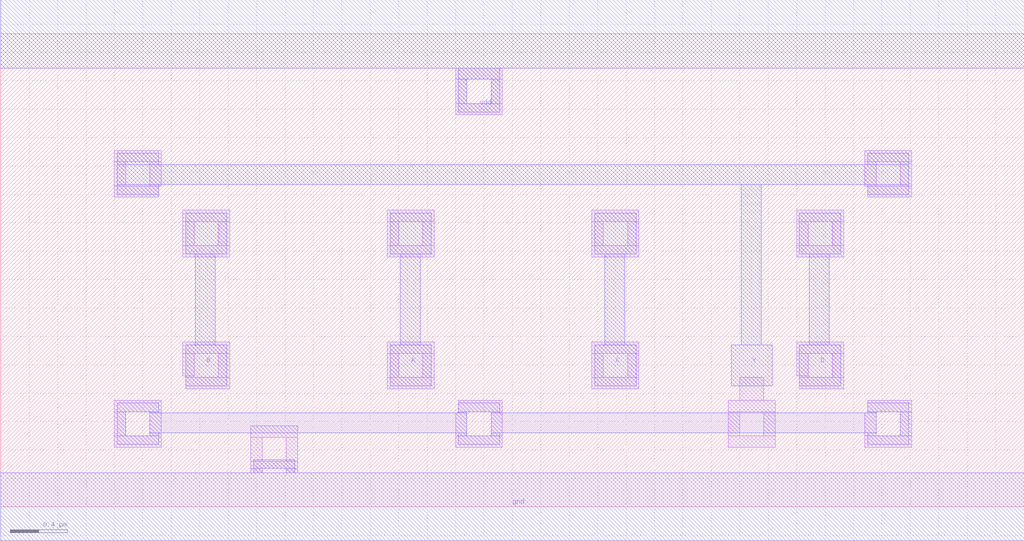
<source format=lef>
VERSION 5.7 ;
  NOWIREEXTENSIONATPIN ON ;
  DIVIDERCHAR "/" ;
  BUSBITCHARS "[]" ;
MACRO OAI22X1
  CLASS CORE ;
  FOREIGN OAI22X1 ;
  ORIGIN 0.000 0.000 ;
  SIZE 7.200 BY 3.330 ;
  SYMMETRY X Y R90 ;
  SITE unit ;
  PIN vdd
    DIRECTION INOUT ;
    USE POWER ;
    SHAPE ABUTMENT ;
    PORT
      LAYER met1 ;
        RECT 0.000 3.090 7.200 3.570 ;
        RECT 3.220 3.010 3.510 3.090 ;
        RECT 3.220 2.840 3.280 3.010 ;
        RECT 3.450 2.840 3.510 3.010 ;
        RECT 3.220 2.780 3.510 2.840 ;
    END
  END vdd
  PIN gnd
    DIRECTION INOUT ;
    USE POWER ;
    SHAPE ABUTMENT ;
    PORT
      LAYER met1 ;
        RECT 1.780 0.270 2.070 0.330 ;
        RECT 1.780 0.240 1.840 0.270 ;
        RECT 2.010 0.240 2.070 0.270 ;
        RECT 0.000 -0.240 7.200 0.240 ;
    END
  END gnd
  PIN Y
    DIRECTION INOUT ;
    USE SIGNAL ;
    SHAPE ABUTMENT ;
    PORT
      LAYER met1 ;
        RECT 0.820 2.410 1.110 2.490 ;
        RECT 6.100 2.410 6.390 2.490 ;
        RECT 0.820 2.270 6.390 2.410 ;
        RECT 0.820 2.200 1.110 2.270 ;
        RECT 5.210 1.140 5.350 2.270 ;
        RECT 6.100 2.200 6.390 2.270 ;
        RECT 5.140 0.850 5.430 1.140 ;
    END
  END Y
  PIN B
    DIRECTION INOUT ;
    USE SIGNAL ;
    SHAPE ABUTMENT ;
    PORT
      LAYER met1 ;
        RECT 1.300 1.780 1.590 2.070 ;
        RECT 1.370 1.140 1.510 1.780 ;
        RECT 1.300 0.850 1.590 1.140 ;
    END
  END B
  PIN C
    DIRECTION INOUT ;
    USE SIGNAL ;
    SHAPE ABUTMENT ;
    PORT
      LAYER met1 ;
        RECT 4.180 1.780 4.470 2.070 ;
        RECT 4.250 1.140 4.390 1.780 ;
        RECT 4.180 0.850 4.470 1.140 ;
    END
  END C
  PIN D
    DIRECTION INOUT ;
    USE SIGNAL ;
    SHAPE ABUTMENT ;
    PORT
      LAYER met1 ;
        RECT 5.620 1.780 5.910 2.070 ;
        RECT 5.690 1.140 5.830 1.780 ;
        RECT 5.620 0.850 5.910 1.140 ;
    END
  END D
  PIN A
    DIRECTION INOUT ;
    USE SIGNAL ;
    SHAPE ABUTMENT ;
    PORT
      LAYER met1 ;
        RECT 2.740 1.780 3.030 2.070 ;
        RECT 2.810 1.140 2.950 1.780 ;
        RECT 2.740 0.850 3.030 1.140 ;
    END
  END A
  OBS
      LAYER li1 ;
        RECT 3.200 3.010 3.530 3.090 ;
        RECT 3.200 2.840 3.280 3.010 ;
        RECT 3.450 2.840 3.530 3.010 ;
        RECT 3.200 2.760 3.530 2.840 ;
        RECT 0.800 2.430 1.130 2.510 ;
        RECT 0.800 2.260 0.880 2.430 ;
        RECT 1.050 2.260 1.130 2.430 ;
        RECT 6.080 2.430 6.410 2.510 ;
        RECT 6.080 2.260 6.160 2.430 ;
        RECT 6.330 2.260 6.410 2.430 ;
        RECT 0.800 2.180 1.110 2.260 ;
        RECT 6.100 2.180 6.410 2.260 ;
        RECT 1.280 2.010 1.610 2.090 ;
        RECT 1.280 1.840 1.360 2.010 ;
        RECT 1.530 1.840 1.610 2.010 ;
        RECT 1.280 1.760 1.610 1.840 ;
        RECT 2.720 2.010 3.050 2.090 ;
        RECT 2.720 1.840 2.800 2.010 ;
        RECT 2.970 1.840 3.050 2.010 ;
        RECT 2.720 1.760 3.050 1.840 ;
        RECT 4.160 2.010 4.490 2.090 ;
        RECT 4.160 1.840 4.240 2.010 ;
        RECT 4.410 1.840 4.490 2.010 ;
        RECT 4.160 1.760 4.490 1.840 ;
        RECT 5.600 2.010 5.930 2.090 ;
        RECT 5.600 1.840 5.680 2.010 ;
        RECT 5.850 1.840 5.930 2.010 ;
        RECT 5.600 1.760 5.930 1.840 ;
        RECT 1.280 1.080 1.610 1.160 ;
        RECT 1.280 0.920 1.360 1.080 ;
        RECT 1.300 0.910 1.360 0.920 ;
        RECT 1.530 0.910 1.610 1.080 ;
        RECT 1.300 0.830 1.610 0.910 ;
        RECT 2.720 1.080 3.050 1.160 ;
        RECT 2.720 0.910 2.800 1.080 ;
        RECT 2.970 0.910 3.050 1.080 ;
        RECT 2.720 0.830 3.050 0.910 ;
        RECT 4.160 1.080 4.490 1.160 ;
        RECT 4.160 0.910 4.240 1.080 ;
        RECT 4.410 0.910 4.490 1.080 ;
        RECT 5.600 1.080 5.930 1.160 ;
        RECT 5.600 0.920 5.680 1.080 ;
        RECT 5.620 0.910 5.680 0.920 ;
        RECT 5.850 0.910 5.930 1.080 ;
        RECT 4.160 0.830 4.490 0.910 ;
        RECT 5.200 0.750 5.370 0.910 ;
        RECT 5.620 0.830 5.930 0.910 ;
        RECT 0.800 0.670 1.130 0.750 ;
        RECT 0.800 0.500 0.880 0.670 ;
        RECT 1.050 0.500 1.130 0.670 ;
        RECT 3.220 0.670 3.530 0.750 ;
        RECT 3.220 0.660 3.280 0.670 ;
        RECT 0.800 0.420 1.130 0.500 ;
        RECT 1.760 0.490 2.090 0.570 ;
        RECT 1.760 0.320 1.840 0.490 ;
        RECT 2.010 0.320 2.090 0.490 ;
        RECT 3.200 0.500 3.280 0.660 ;
        RECT 3.450 0.500 3.530 0.670 ;
        RECT 3.200 0.420 3.530 0.500 ;
        RECT 5.120 0.670 5.450 0.750 ;
        RECT 5.120 0.500 5.200 0.670 ;
        RECT 5.370 0.500 5.450 0.670 ;
        RECT 6.100 0.670 6.410 0.750 ;
        RECT 6.100 0.660 6.160 0.670 ;
        RECT 5.120 0.420 5.450 0.500 ;
        RECT 6.080 0.500 6.160 0.660 ;
        RECT 6.330 0.500 6.410 0.670 ;
        RECT 6.080 0.420 6.410 0.500 ;
        RECT 1.760 0.270 2.090 0.320 ;
        RECT 1.760 0.240 1.840 0.270 ;
        RECT 2.010 0.240 2.090 0.270 ;
      LAYER met1 ;
        RECT 0.820 0.670 1.110 0.730 ;
        RECT 0.820 0.500 0.880 0.670 ;
        RECT 1.050 0.660 1.110 0.670 ;
        RECT 3.220 0.670 3.510 0.730 ;
        RECT 3.220 0.660 3.280 0.670 ;
        RECT 1.050 0.520 3.280 0.660 ;
        RECT 1.050 0.500 1.110 0.520 ;
        RECT 0.820 0.440 1.110 0.500 ;
        RECT 3.220 0.500 3.280 0.520 ;
        RECT 3.450 0.660 3.510 0.670 ;
        RECT 6.100 0.670 6.390 0.730 ;
        RECT 6.100 0.660 6.160 0.670 ;
        RECT 3.450 0.520 6.160 0.660 ;
        RECT 3.450 0.500 3.510 0.520 ;
        RECT 3.220 0.440 3.510 0.500 ;
        RECT 6.100 0.500 6.160 0.520 ;
        RECT 6.330 0.500 6.390 0.670 ;
        RECT 6.100 0.440 6.390 0.500 ;
  END
END OAI22X1
END LIBRARY


</source>
